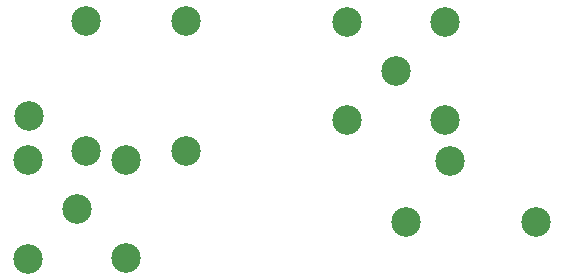
<source format=gbr>
%TF.GenerationSoftware,KiCad,Pcbnew,(5.1.9-13-g2d491f9cbd)-1*%
%TF.CreationDate,2021-02-20T15:51:51+01:00*%
%TF.ProjectId,Ant_Amp,416e745f-416d-4702-9e6b-696361645f70,rev?*%
%TF.SameCoordinates,Original*%
%TF.FileFunction,Soldermask,Bot*%
%TF.FilePolarity,Negative*%
%FSLAX46Y46*%
G04 Gerber Fmt 4.6, Leading zero omitted, Abs format (unit mm)*
G04 Created by KiCad (PCBNEW (5.1.9-13-g2d491f9cbd)-1) date 2021-02-20 15:51:51*
%MOMM*%
%LPD*%
G01*
G04 APERTURE LIST*
%ADD10C,2.500000*%
G04 APERTURE END LIST*
D10*
%TO.C,L1*%
X95414020Y-110921820D03*
X100264020Y-113921820D03*
X100264020Y-102921820D03*
%TD*%
%TO.C,J1*%
X130629620Y-111274720D03*
X130616920Y-102994320D03*
X122285720Y-103007020D03*
X122323820Y-111274720D03*
X126464020Y-107121820D03*
%TD*%
%TO.C,AE1*%
X103616920Y-114656220D03*
X95336520Y-114668920D03*
X95349220Y-123000120D03*
X103616920Y-122962020D03*
X99464020Y-118821820D03*
%TD*%
%TO.C,L2*%
X108664020Y-102921820D03*
X108664020Y-113921820D03*
%TD*%
%TO.C,L3*%
X127364020Y-119921820D03*
X138364020Y-119921820D03*
X131014020Y-114721820D03*
%TD*%
M02*

</source>
